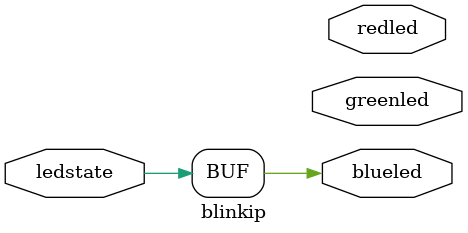
<source format=v>
module blinkip (
    input ledstate,
    output redled,
    output blueled,
    output greenled,
);

    assign blueled = ledstate;
endmodule

</source>
